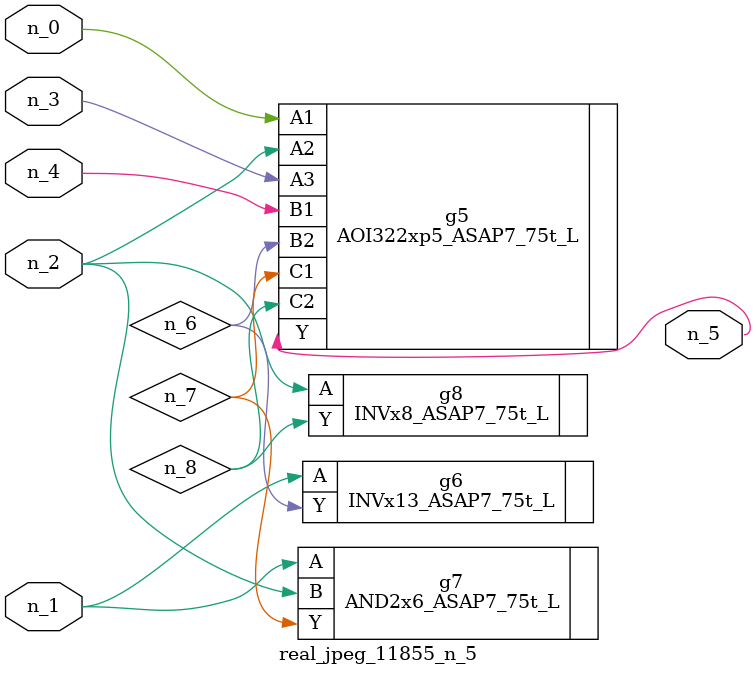
<source format=v>
module real_jpeg_11855_n_5 (n_4, n_0, n_1, n_2, n_3, n_5);

input n_4;
input n_0;
input n_1;
input n_2;
input n_3;

output n_5;

wire n_8;
wire n_6;
wire n_7;

AOI322xp5_ASAP7_75t_L g5 ( 
.A1(n_0),
.A2(n_2),
.A3(n_3),
.B1(n_4),
.B2(n_6),
.C1(n_7),
.C2(n_8),
.Y(n_5)
);

INVx13_ASAP7_75t_L g6 ( 
.A(n_1),
.Y(n_6)
);

AND2x6_ASAP7_75t_L g7 ( 
.A(n_1),
.B(n_2),
.Y(n_7)
);

INVx8_ASAP7_75t_L g8 ( 
.A(n_2),
.Y(n_8)
);


endmodule
</source>
